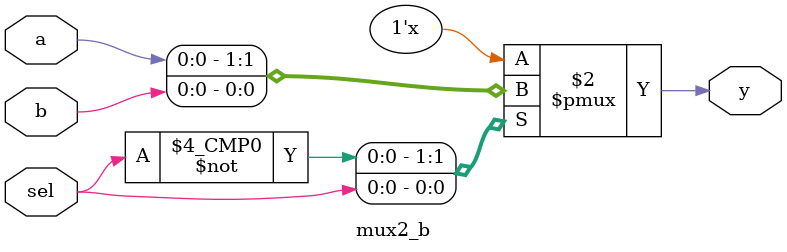
<source format=v>
module mux2_b (
  input  wire a,
  input  wire b,
  input  wire sel,
  output reg  y
);
  always @* begin
    case (sel)
      1'b0: y = a;
      1'b1: y = b;
    endcase
  end
endmodule


</source>
